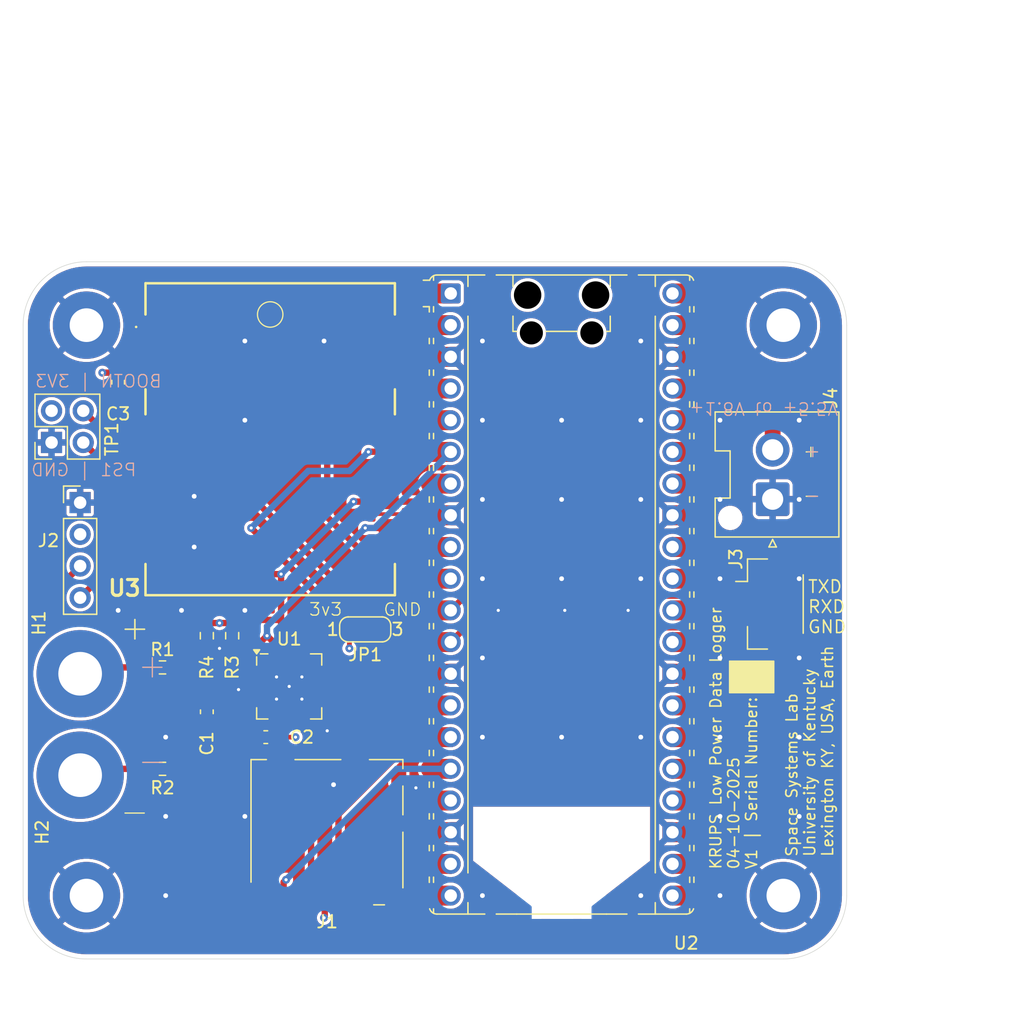
<source format=kicad_pcb>
(kicad_pcb (version 20241229) (generator "pcbnew") (generator_version "9.0")
  (title_block (title "Low Power Data Logger") (date "2025-04-10") (rev "V1.0"))
  (layers (0 "F.Cu" signal) (4 "In1.Cu" signal) (6 "In2.Cu" signal) (2 "B.Cu" signal) (13 "F.Paste" user) (15 "B.Paste" user) (5 "F.SilkS" user "F.Silkscreen") (7 "B.SilkS" user "B.Silkscreen") (1 "F.Mask" user) (3 "B.Mask" user) (25 "Edge.Cuts" user))
  (net 0 "")
  (net 1 "Net-(U1-VIN-)")
  (net 2 "Net-(U1-VIN+)")
  (net 3 "+3V3")
  (net 4 "GND")
  (net 6 "/SD_SPI_MOSI")
  (net 8 "/SD_SPI_CLK")
  (net 9 "/SD_SPI_CS")
  (net 12 "/SD_SPI_MISO")
  (net 13 "/I2C_SDA")
  (net 14 "/I2C_SCL")
  (net 15 "/UART_MAIN_TO_LOGGER")
  (net 16 "/UART_LOGGER_TO_MAIN")
  (net 17 "+BATT")
  (net 18 "Net-(JP1-C)")
  (net 19 "Net-(H1-Pad1)")
  (net 20 "Net-(H2-Pad1)")
  (net 21 "/PS1")
  (net 22 "/BOOTN")
  (net 27 "/FSM300_RESET")
  (net 41 "/HINTN")
  (footprint "Connector_JST:JST_VH_B2P-VH-FB-B_1x02_P3.96mm_Vertical" (layer "F.Cu") (at 184.562 96.4995 90)
    (property "Reference" "J4")
    (property "Value" "JST B2P-VH-FB-B")
  )
  (footprint "Connector_PinHeader_2.54mm:PinHeader_2x02_P2.54mm_Vertical" (layer "F.Cu") (at 126.741 91.953 90)
    (property "Reference" "TP1")
    (property "Value" "Test Pads")
  )
  (footprint "LPDataLogger:FSM300" (layer "F.Cu") (at 144.272 91.694)
    (property "Reference" "U3")
    (property "Value" "FSM300" (hide yes))
  )
  (footprint "MountingHole:MountingHole_3.5mm_Pad" (layer "F.Cu") (at 129.032 110.49 -90)
    (property "Reference" "H1")
    (property "Value" "MountingHole_Pad")
  )
  (footprint "Capacitor_SMD:C_0603_1608Metric_Pad1.08x0.95mm_HandSolder" (layer "F.Cu") (at 143.9175 115.57 180)
    (property "Reference" "C2")
    (property "Value" "0.1uF")
  )
  (footprint "LPDataLogger:MountingHole_2.7mm_M2.5_Pad_with_stencil_hole" (layer "F.Cu") (at 185.42 82.55)
    (property "Reference" "H6" (hide yes))
    (property "Value" "MountingHole_Pad")
  )
  (footprint "Resistor_SMD:R_0603_1608Metric_Pad0.98x0.95mm_HandSolder" (layer "F.Cu") (at 139.192 107.442 -90)
    (property "Reference" "R4")
    (property "Value" "10k")
  )
  (footprint "Module:RaspberryPi_Pico_Common_Unspecified" (layer "F.Cu") (at 167.64 104.14)
    (property "Reference" "U2")
    (property "Value" "Pico 2")
  )
  (footprint "Resistor_SMD:R_0603_1608Metric_Pad0.98x0.95mm_HandSolder" (layer "F.Cu") (at 135.636 109.982)
    (property "Reference" "R1")
    (property "Value" "100")
  )
  (footprint "Connector_JST:JST_GH_BM03B-GHS-TBT_1x03-1MP_P1.25mm_Vertical" (layer "F.Cu") (at 184.404 104.902 -90)
    (property "Reference" "J3")
    (property "Value" "JST BM03B-GHS-TBT")
  )
  (footprint "Capacitor_SMD:C_0603_1608Metric_Pad1.08x0.95mm_HandSolder" (layer "F.Cu") (at 132.08 87.122 -90)
    (property "Reference" "C3")
    (property "Value" "0.1uF")
  )
  (footprint "Connector_PinHeader_2.54mm:PinHeader_1x04_P2.54mm_Vertical" (layer "F.Cu") (at 129.032 96.774)
    (property "Reference" "J2")
    (property "Value" "Conn_01x04")
  )
  (footprint "LPDataLogger:MountingHole_2.7mm_M2.5_Pad_with_stencil_hole" (layer "F.Cu") (at 129.54 128.27)
    (property "Reference" "H3" (hide yes))
    (property "Value" "MountingHole_Pad")
  )
  (footprint "LPDataLogger:MountingHole_2.7mm_M2.5_Pad_with_stencil_hole" (layer "F.Cu") (at 129.54 82.55)
    (property "Reference" "H4" (hide yes))
    (property "Value" "MountingHole_Pad")
  )
  (footprint "Package_DFN_QFN:QFN-20-1EP_5x5mm_P0.65mm_EP3.35x3.35mm" (layer "F.Cu") (at 145.796 111.506)
    (property "Reference" "U1")
    (property "Value" "MCP96L00T-E_MX")
  )
  (footprint "LPDataLogger:MountingHole_2.7mm_M2.5_Pad_with_stencil_hole" (layer "F.Cu") (at 185.42 128.27)
    (property "Reference" "H5" (hide yes))
    (property "Value" "MountingHole_Pad")
  )
  (footprint "MountingHole:MountingHole_3.5mm_Pad" (layer "F.Cu") (at 129.032 118.618 -90)
    (property "Reference" "H2")
    (property "Value" "MountingHole_Pad")
  )
  (footprint "Resistor_SMD:R_0603_1608Metric_Pad0.98x0.95mm_HandSolder" (layer "F.Cu") (at 135.636 118.11)
    (property "Reference" "R2")
    (property "Value" "100")
  )
  (footprint "Capacitor_SMD:C_0603_1608Metric_Pad1.08x0.95mm_HandSolder" (layer "F.Cu") (at 139.192 113.538 -90)
    (property "Reference" "C1")
    (property "Value" "0.1uF")
  )
  (footprint "Resistor_SMD:R_0603_1608Metric_Pad0.98x0.95mm_HandSolder" (layer "F.Cu") (at 141.224 107.442 -90)
    (property "Reference" "R3")
    (property "Value" "10k")
  )
  (footprint "Jumper:SolderJumper-3_P1.3mm_Open_RoundedPad1.0x1.5mm_NumberLabels" (layer "F.Cu") (at 151.892 106.934)
    (property "Reference" "JP1")
    (property "Value" "SolderJumper_3_Open")
  )
  (footprint "Connector_Card:microSD_HC_Molex_104031-0811" (layer "F.Cu") (at 148.844 123.19 180)
    (property "Reference" "J1")
    (property "Value" "Micro_SD_Card_Det2")
  )
  (gr_rect (start 181.102 109.474) (end 184.658 112.014) (stroke (width 0.1)) (fill yes) (layer "F.SilkS"))
  (gr_arc (start 124.46 82.55) (mid 125.947898 78.957898) (end 129.54 77.47) (stroke (width 0.05)) (layer "Edge.Cuts"))
  (gr_arc (start 129.54 133.35) (mid 125.947898 131.862102) (end 124.46 128.27) (stroke (width 0.05)) (layer "Edge.Cuts"))
  (gr_line (start 185.42 77.47) (end 129.54 77.47) (stroke (width 0.05)) (layer "Edge.Cuts"))
  (gr_line (start 190.5 128.27) (end 190.5 82.55) (stroke (width 0.05)) (layer "Edge.Cuts"))
  (gr_line (start 129.54 133.35) (end 185.42 133.35) (stroke (width 0.05)) (layer "Edge.Cuts"))
  (gr_arc (start 190.5 128.27) (mid 189.012102 131.862102) (end 185.42 133.35) (stroke (width 0.05)) (layer "Edge.Cuts"))
  (gr_line (start 124.46 82.55) (end 124.46 128.27) (stroke (width 0.05)) (layer "Edge.Cuts"))
  (gr_arc (start 185.42 77.47) (mid 189.012102 78.957898) (end 190.5 82.55) (stroke (width 0.05)) (layer "Edge.Cuts"))
  (gr_text "Space Systems Lab \nUniversity of Kentucky \nLexington KY, USA, Earth" (at 189.484 125.222 90) (layer "F.SilkS") (effects (font (size 0.889 0.889) (thickness 0.127)) (justify left bottom)))
  (gr_text "KRUPS Low Power Data Logger\n04-10-2025\nV1 | Serial Number:" (at 183.388 126.238 90) (layer "F.SilkS") (effects (font (size 0.889 0.889) (thickness 0.127) (bold yes)) (justify left bottom)))
  (gr_text "GND" (at 153.292 105.934 0) (layer "F.SilkS") (effects (font (size 1 1) (thickness 0.1)) (justify left bottom)))
  (gr_text "TXD\nRXD\nGND" (at 187.325 107.315 0) (layer "F.SilkS") (effects (font (size 1 1) (thickness 0.127)) (justify left bottom)))
  (gr_text "+" (at 186.944 93.218 0) (layer "F.SilkS") (effects (font (size 1 1) (thickness 0.1)) (justify left bottom)))
  (gr_text "+" (at 132.08 107.95 0) (layer "F.SilkS") (effects (font (size 2.032 2.032) (thickness 0.127)) (justify left bottom)))
  (gr_text "3v3" (at 147.32 105.918 0) (layer "F.SilkS") (effects (font (size 1 1) (thickness 0.1)) (justify left bottom)))
  (gr_text "-" (at 186.944 96.774 0) (layer "F.SilkS") (effects (font (size 1 1) (thickness 0.1)) (justify left bottom)))
  (gr_text "-" (at 132.08 122.682 0) (layer "F.SilkS") (effects (font (size 2.032 2.032) (thickness 0.1)) (justify left bottom)))
  (gr_text "BOOTN | 3V3" (at 135.636 87.63 0) (layer "B.SilkS") (effects (font (size 1 1) (thickness 0.1)) (justify left bottom mirror)))
  (gr_text "-" (at 136.144 118.618 0) (layer "B.SilkS") (effects (font (size 2.032 2.032) (thickness 0.1)) (justify left bottom mirror)))
  (gr_text "-" (at 188.468 96.774 0) (layer "B.SilkS") (effects (font (size 1 1) (thickness 0.1)) (justify left bottom mirror)))
  (gr_text "+1.8V to +5.5V" (at 177.8 88.646 180) (layer "B.SilkS") (effects (font (size 1 1) (thickness 0.1)) (justify left bottom mirror)))
  (gr_text "PS1 | GND" (at 133.604 94.742 0) (layer "B.SilkS") (effects (font (size 1 1) (thickness 0.1)) (justify left bottom mirror)))
  (gr_text "+" (at 136.144 110.998 0) (layer "B.SilkS") (effects (font (size 2.032 2.032) (thickness 0.1)) (justify left bottom mirror)))
  (gr_text "+" (at 188.468 93.218 0) (layer "B.SilkS") (effects (font (size 1 1) (thickness 0.1)) (justify left bottom mirror)))
  (segment (start 143.346 112.156) (end 142.606 112.156) (width 0.381) (layer "F.Cu") (net 1))
  (segment (start 139.192 114.4005) (end 139.192 115.4665) (width 0.508) (layer "F.Cu") (net 1))
  (segment (start 142.606 112.156) (end 140.3615 114.4005) (width 0.381) (layer "F.Cu") (net 1))
  (segment (start 140.3615 114.4005) (end 139.192 114.4005) (width 0.381) (layer "F.Cu") (net 1))
  (segment (start 139.192 115.4665) (end 136.5485 118.11) (width 0.508) (layer "F.Cu") (net 1))
  (segment (start 139.192 112.6755) (end 139.192 112.6255) (width 0.508) (layer "F.Cu") (net 2))
  (segment (start 139.192 112.6255) (end 136.5485 109.982) (width 0.508) (layer "F.Cu") (net 2))
  (segment (start 139.192 112.6755) (end 139.667 112.6755) (width 0.508) (layer "F.Cu") (net 2))
  (segment (start 139.667 112.6755) (end 141.4865 110.856) (width 0.508) (layer "F.Cu") (net 2))
  (segment (start 141.4865 110.856) (end 143.346 110.856) (width 0.508) (layer "F.Cu") (net 2))
  (segment (start 139.2955 106.426) (end 139.192 106.5295) (width 0.508) (layer "F.Cu") (net 3))
  (segment (start 150.622 106.964) (end 150.592 106.934) (width 0.381) (layer "F.Cu") (net 3))
  (segment (start 131.9795 86.36) (end 132.08 86.2595) (width 0.508) (layer "F.Cu") (net 3))
  (segment (start 146.304 115.57) (end 144.78 115.57) (width 0.381) (layer "F.Cu") (net 3))
  (segment (start 141.1205 106.426) (end 141.224 106.5295) (width 0.508) (layer "F.Cu") (net 3))
  (segment (start 148.649 129.989) (end 148.59 130.048) (width 0.508) (layer "F.Cu") (net 3))
  (segment (start 150.622 108.458) (end 150.622 106.964) (width 0.381) (layer "F.Cu") (net 3))
  (segment (start 148.649 128.64) (end 148.649 129.989) (width 0.508) (layer "F.Cu") (net 3))
  (segment (start 132.08 85.386) (end 134.772 82.694) (width 0.508) (layer "F.Cu") (net 3))
  (segment (start 130.81 86.36) (end 131.9795 86.36) (width 0.508) (layer "F.Cu") (net 3))
  (segment (start 144.78 115.57) (end 145.796 114.554) (width 0.381) (layer "F.Cu") (net 3))
  (segment (start 140.208 106.426) (end 141.1205 106.426) (width 0.508) (layer "F.Cu") (net 3))
  (segment (start 145.796 114.554) (end 145.796 113.956) (width 0.381) (layer "F.Cu") (net 3))
  (segment (start 140.208 106.426) (end 139.2955 106.426) (width 0.508) (layer "F.Cu") (net 3))
  (segment (start 132.08 86.2595) (end 132.08 85.386) (width 0.508) (layer "F.Cu") (net 3))
  (via (at 140.208 106.426) (size 0.635) (drill 0.254) (layers "F.Cu" "B.Cu") (net 3))
  (via (at 130.81 86.36) (size 0.635) (drill 0.254) (layers "F.Cu" "B.Cu") (net 3))
  (via (at 146.304 115.57) (size 0.635) (drill 0.254) (layers "F.Cu" "B.Cu") (net 3))
  (via (at 150.622 108.458) (size 0.635) (drill 0.254) (layers "F.Cu" "B.Cu") (net 3))
  (via (at 148.59 130.048) (size 0.635) (drill 0.254) (layers "F.Cu" "B.Cu") (net 3))
  (via (at 146.812 112.522) (size 0.635) (drill 0.254) (layers "F.Cu" "B.Cu") (net 4))
  (via (at 161.29 96.52) (size 0.762) (drill 0.381) (layers "F.Cu" "B.Cu") (net 4))
  (via (at 180.34 90.17) (size 0.762) (drill 0.381) (layers "F.Cu" "B.Cu") (net 4))
  (via (at 149.352 119.38) (size 0.762) (drill 0.381) (layers "F.Cu" "B.Cu") (net 4))
  (via (at 186.69 96.52) (size 0.762) (drill 0.381) (layers "F.Cu" "B.Cu") (net 4))
  (via (at 167.64 115.57) (size 0.762) (drill 0.381) (layers "F.Cu" "B.Cu") (net 4))
  (via (at 186.69 121.92) (size 0.762) (drill 0.381) (layers "F.Cu" "B.Cu") (net 4))
  (via (at 173.99 90.17) (size 0.762) (drill 0.381) (layers "F.Cu" "B.Cu") (net 4))
  (via (at 180.34 102.87) (size 0.762) (drill 0.381) (layers "F.Cu" "B.Cu") (net 4))
  (via (at 148.844 115.062) (size 0.635) (drill 0.254) (layers "F.Cu" "B.Cu") (net 4))
  (via (at 142.24 90.17) (size 0.762) (drill 0.381) (layers "F.Cu" "B.Cu") (net 4))
  (via (at 173.99 115.57) (size 0.762) (drill 0.381) (layers "F.Cu" "B.Cu") (net 4))
  (via (at 180.34 96.52) (size 0.762) (drill 0.381) (layers "F.Cu" "B.Cu") (net 4))
  (via (at 132.08 105.41) (size 0.762) (drill 0.381) (layers "F.Cu" "B.Cu") (net 4))
  (via (at 180.34 115.57) (size 0.762) (drill 0.381) (layers "F.Cu" "B.Cu") (net 4))
  (via (at 186.69 109.22) (size 0.762) (drill 0.381) (layers "F.Cu" "B.Cu") (net 4))
  (via (at 180.34 121.92) (size 0.762) (drill 0.381) (layers "F.Cu" "B.Cu") (net 4))
  (via (at 180.34 128.27) (size 0.762) (drill 0.381) (layers "F.Cu" "B.Cu") (net 4))
  (via (at 148.59 83.82) (size 0.762) (drill 0.381) (layers "F.Cu" "B.Cu") (net 4))
  (via (at 161.29 109.22) (size 0.762) (drill 0.381) (layers "F.Cu" "B.Cu") (net 4))
  (via (at 186.69 115.57) (size 0.762) (drill 0.381) (layers "F.Cu" "B.Cu") (net 4))
  (via (at 155.956 119.634) (size 0.635) (drill 0.254) (layers "F.Cu" "B.Cu") (net 4))
  (via (at 146.812 110.744) (size 0.635) (drill 0.254) (layers "F.Cu" "B.Cu") (net 4))
  (via (at 135.89 121.92) (size 0.762) (drill 0.381) (layers "F.Cu" "B.Cu") (net 4))
  (via (at 144.78 110.744) (size 0.635) (drill 0.254) (layers "F.Cu" "B.Cu") (net 4))
  (via (at 167.64 90.17) (size 0.762) (drill 0.381) (layers "F.Cu" "B.Cu") (net 4))
  (via (at 161.29 128.27) (size 0.762) (drill 0.381) (layers "F.Cu" "B.Cu") (net 4))
  (via (at 161.29 83.82) (size 0.762) (drill 0.381) (layers "F.Cu" "B.Cu") (net 4))
  (via (at 141.732 111.76) (size 0.635) (drill 0.254) (layers "F.Cu" "B.Cu") (net 4))
  (via (at 167.894 105.41) (size 0.635) (drill 0.254) (layers "F.Cu" "B.Cu") (net 4))
  (via (at 173.99 102.87) (size 0.762) (drill 0.381) (layers "F.Cu" "B.Cu") (net 4))
  (via (at 173.99 96.52) (size 0.762) (drill 0.381) (layers "F.Cu" "B.Cu") (net 4))
  (via (at 162.56 105.41) (size 0.635) (drill 0.254) (layers "F.Cu" "B.Cu") (net 4))
  (via (at 167.64 102.87) (size 0.762) (drill 0.381) (layers "F.Cu" "B.Cu") (net 4))
  (via (at 161.29 102.87) (size 0.762) (drill 0.381) (layers "F.Cu" "B.Cu") (net 4))
  (via (at 161.29 115.57) (size 0.762) (drill 0.381) (layers "F.Cu" "B.Cu") (net 4))
  (via (at 137.16 105.41) (size 0.762) (drill 0.381) (layers "F.Cu" "B.Cu") (net 4))
  (via (at 180.34 109.22) (size 0.762) (drill 0.381) (layers "F.Cu" "B.Cu") (net 4))
  (via (at 186.69 90.17) (size 0.762) (drill 0.381) (layers "F.Cu" "B.Cu") (net 4))
  (via (at 173.99 128.27) (size 0.762) (drill 0.381) (layers "F.Cu" "B.Cu") (net 4))
  (via (at 142.24 83.82) (size 0.762) (drill 0.381) (layers "F.Cu" "B.Cu") (net 4))
  (via (at 145.796 111.506) (size 0.635) (drill 0.254) (layers "F.Cu" "B.Cu") (net 4))
  (via (at 142.24 105.41) (size 0.762) (drill 0.381) (layers "F.Cu" "B.Cu") (net 4))
  (via (at 186.69 102.87) (size 0.762) (drill 0.381) (layers "F.Cu" "B.Cu") (net 4))
  (via (at 135.89 115.57) (size 0.762) (drill 0.381) (layers "F.Cu" "B.Cu") (net 4))
  (via (at 172.974 105.41) (size 0.635) (drill 0.254) (layers "F.Cu" "B.Cu") (net 4))
  (via (at 161.29 90.17) (size 0.762) (drill 0.381) (layers "F.Cu" "B.Cu") (net 4))
  (via (at 167.64 96.52) (size 0.762) (drill 0.381) (layers "F.Cu" "B.Cu") (net 4))
  (via (at 138.176 100.33) (size 0.762) (drill 0.381) (layers "F.Cu" "B.Cu") (net 4))
  (via (at 140.208 108.458) (size 0.508) (drill 0.254) (layers "F.Cu" "B.Cu") (net 4))
  (via (at 142.24 121.92) (size 0.762) (drill 0.381) (layers "F.Cu" "B.Cu") (net 4))
  (via (at 173.99 83.82) (size 0.762) (drill 0.381) (layers "F.Cu" "B.Cu") (net 4))
  (via (at 135.89 128.27) (size 0.762) (drill 0.381) (layers "F.Cu" "B.Cu") (net 4))
  (via (at 144.78 112.522) (size 0.635) (drill 0.254) (layers "F.Cu" "B.Cu") (net 4))
  (via (at 138.176 96.266) (size 0.762) (drill 0.381) (layers "F.Cu" "B.Cu") (net 4))
  (segment (start 155.94 115.57) (end 157.95 115.57) (width 0.508) (layer "F.Cu") (net 6))
  (segment (start 149.749 121.761) (end 155.94 115.57) (width 0.508) (layer "F.Cu") (net 6))
  (segment (start 149.749 128.64) (end 149.749 121.761) (width 0.508) (layer "F.Cu") (net 6))
  (segment (start 154.178 115.57) (end 156.718 113.03) (width 0.508) (layer "F.Cu") (net 8))
  (segment (start 156.718 113.03) (end 157.95 113.03) (width 0.508) (layer "F.Cu") (net 8))
  (segment (start 147.549 128.64) (end 147.549 118.643) (width 0.508) (layer "F.Cu") (net 8))
  (segment (start 147.549 118.643) (end 150.622 115.57) (width 0.508) (layer "F.Cu") (net 8))
  (segment (start 150.622 115.57) (end 154.178 115.57) (width 0.508) (layer "F.Cu") (net 8))
  (segment (start 150.849 123.471) (end 153.67 120.65) (width 0.508) (layer "F.Cu") (net 9))
  (segment (start 150.849 128.64) (end 150.849 123.471) (width 0.508) (layer "F.Cu") (net 9))
  (segment (start 153.67 120.65) (end 157.95 120.65) (width 0.508) (layer "F.Cu") (net 9))
  (segment (start 145.349 128.64) (end 145.349 127.193) (width 0.508) (layer "F.Cu") (net 12))
  (segment (start 145.349 127.193) (end 145.542 127) (width 0.508) (layer "F.Cu") (net 12))
  (via (at 145.542 127) (size 0.635) (drill 0.254) (layers "F.Cu" "B.Cu") (net 12))
  (segment (start 154.432 118.11) (end 158.75 118.11) (width 0.508) (layer "B.Cu") (net 12))
  (segment (start 145.542 127) (end 154.432 118.11) (width 0.508) (layer "B.Cu") (net 12))
  (segment (start 144.496 109.056) (end 144.496 107.92) (width 0.508) (layer "F.Cu") (net 13))
  (segment (start 144.496 107.92) (end 144.018 107.442) (width 0.508) (layer "F.Cu") (net 13))
  (segment (start 139.446 110.236) (end 139.192 109.982) (width 0.508) (layer "F.Cu") (net 13))
  (segment (start 127 103.886) (end 129.032 101.854) (width 0.508) (layer "F.Cu") (net 13))
  (segment (start 137.2635 106.426) (end 128.27 106.426) (width 0.508) (layer "F.Cu") (net 13))
  (segment (start 139.192 108.3545) (end 137.2635 106.426) (width 0.508) (layer "F.Cu") (net 13))
  (segment (start 141.224 110.236) (end 139.446 110.236) (width 0.508) (layer "F.Cu") (net 13))
  (segment (start 139.192 109.982) (end 139.192 108.3545) (width 0.508) (layer "F.Cu") (net 13))
  (segment (start 128.27 106.426) (end 127 105.156) (width 0.508) (layer "F.Cu") (net 13))
  (segment (start 144.018 107.442) (end 141.224 110.236) (width 0.508) (layer "F.Cu") (net 13))
  (segment (start 127 105.156) (end 127 103.886) (width 0.508) (layer "F.Cu") (net 13))
  (segment (start 153.66 98.806) (end 153.772 98.694) (width 0.508) (layer "F.Cu") (net 13))
  (segment (start 151.892 98.806) (end 153.66 98.806) (width 0.508) (layer "F.Cu") (net 13))
  (via (at 144.018 107.442) (size 0.635) (drill 0.254) (layers "F.Cu" "B.Cu") (net 13))
  (via (at 151.892 98.806) (size 0.635) (drill 0.254) (layers "F.Cu" "B.Cu") (net 13))
  (segment (start 144.018 107.442) (end 144.018 106.68) (width 0.508) (layer "B.Cu") (net 13))
  (segment (start 152.654 98.806) (end 151.892 98.806) (width 0.508) (layer "B.Cu") (net 13))
  (segment (start 158.75 92.71) (end 152.654 98.806) (width 0.508) (layer "B.Cu") (net 13))
  (segment (start 144.018 106.68) (end 151.892 98.806) (width 0.508) (layer "B.Cu") (net 13))
  (segment (start 153.772 96.694) (end 150.956 96.694) (width 0.508) (layer "F.Cu") (net 14))
  (segment (start 153.772 96.694) (end 156.506 96.694) (width 0.508) (layer "F.Cu") (net 14))
  (segment (start 130.922 102.504) (end 129.032 104.394) (width 0.508) (layer "F.Cu") (net 14))
  (segment (start 145.146 106.172) (end 143.4065 106.172) (width 0.508) (layer "F.Cu") (net 14))
  (segment (start 156.506 96.694) (end 157.95 95.25) (width 0.508) (layer "F.Cu") (net 14))
  (segment (start 145.146 102.504) (end 145.146 106.172) (width 0.508) (layer "F.Cu") (net 14))
  (segment (start 145.146 102.504) (end 130.922 102.504) (width 0.508) (layer "F.Cu") (net 14))
  (segment (start 143.4065 106.172) (end 141.224 108.3545) (width 0.508) (layer "F.Cu") (net 14))
  (segment (start 145.146 106.172) (end 145.146 109.056) (width 0.508) (layer "F.Cu") (net 14))
  (via (at 150.956 96.694) (size 0.635) (drill 0.254) (layers "F.Cu" "B.Cu") (net 14))
  (via (at 145.146 102.504) (size 0.635) (drill 0.254) (layers "F.Cu" "B.Cu") (net 14))
  (segment (start 150.956 96.694) (end 145.146 102.504) (width 0.508) (layer "B.Cu") (net 14))
  (segment (start 158.75 107.95) (end 159.932 106.768) (width 0.508) (layer "F.Cu") (net 15))
  (segment (start 159.932 106.768) (end 180.231482 106.768) (width 0.508) (layer "F.Cu") (net 15))
  (segment (start 180.231482 106.768) (end 182.097482 104.902) (width 0.508) (layer "F.Cu") (net 15))
  (segment (start 182.097482 104.902) (end 182.454 104.902) (width 0.508) (layer "F.Cu") (net 15))
  (segment (start 159.932 104.228) (end 181.028001 104.228) (width 0.508) (layer "F.Cu") (net 16))
  (segment (start 181.028001 104.228) (end 181.604001 103.652) (width 0.508) (layer "F.Cu") (net 16))
  (segment (start 181.604001 103.652) (end 182.454 103.652) (width 0.508) (layer "F.Cu") (net 16))
  (segment (start 158.75 105.41) (end 159.932 104.228) (width 0.508) (layer "F.Cu") (net 16))
  (segment (start 184.562 92.5395) (end 184.562 88.182) (width 1.27) (layer "F.Cu") (net 17))
  (segment (start 184.562 88.182) (end 178.93 82.55) (width 1.27) (layer "F.Cu") (net 17))
  (segment (start 178.93 82.55) (end 177.33 82.55) (width 1.27) (layer "F.Cu") (net 17))
  (segment (start 149.352 104.648) (end 148.59 104.648) (width 0.508) (layer "F.Cu") (net 18))
  (segment (start 151.892 106.386698) (end 150.153302 104.648) (width 0.508) (layer "F.Cu") (net 18))
  (segment (start 148.59 104.648) (end 142.748 98.806) (width 0.508) (layer "F.Cu") (net 18))
  (segment (start 153.772 92.694) (end 152.162 92.694) (width 0.508) (layer "F.Cu") (net 18))
  (segment (start 150.153302 104.648) (end 149.352 104.648) (width 0.508) (layer "F.Cu") (net 18))
  (segment (start 152.162 92.694) (end 152.146 92.71) (width 0.508) (layer "F.Cu") (net 18))
  (segment (start 151.892 106.934) (end 151.892 106.386698) (width 0.508) (layer "F.Cu") (net 18))
  (via (at 142.748 98.806) (size 0.635) (drill 0.254) (layers "F.Cu" "B.Cu") (net 18))
  (via (at 152.146 92.71) (size 0.635) (drill 0.254) (layers "F.Cu" "B.Cu") (net 18))
  (segment (start 150.622 94.234) (end 152.146 92.71) (width 0.508) (layer "B.Cu") (net 18))
  (segment (start 142.748 98.806) (end 147.32 94.234) (width 0.508) (layer "B.Cu") (net 18))
  (segment (start 147.32 94.234) (end 150.622 94.234) (width 0.508) (layer "B.Cu") (net 18))
  (segment (start 134.7235 109.982) (end 129.54 109.982) (width 0.508) (layer "F.Cu") (net 19))
  (segment (start 129.54 109.982) (end 129.032 110.49) (width 0.508) (layer "F.Cu") (net 19))
  (segment (start 134.7235 118.11) (end 129.54 118.11) (width 0.508) (layer "F.Cu") (net 20))
  (segment (start 129.54 118.11) (end 129.032 118.618) (width 0.508) (layer "F.Cu") (net 20))
  (segment (start 134.772 96.694) (end 134.022 96.694) (width 0.508) (layer "F.Cu") (net 21))
  (segment (start 134.022 96.694) (end 129.281 91.953) (width 0.508) (layer "F.Cu") (net 21))
  (segment (start 134.562 94.694) (end 129.281 89.413) (width 0.508) (layer "F.Cu") (net 22))
  (segment (start 134.772 94.694) (end 134.562 94.694) (width 0.508) (layer "F.Cu") (net 22))
  (segment (start 153.022 102.108) (end 156.172 102.108) (width 0.508) (layer "F.Cu") (net 27))
  (segment (start 148.844 97.93) (end 153.022 102.108) (width 0.508) (layer "F.Cu") (net 27))
  (segment (start 153.772 82.694) (end 148.844 87.622) (width 0.508) (layer "F.Cu") (net 27))
  (segment (start 148.844 87.622) (end 148.844 97.93) (width 0.508) (layer "F.Cu") (net 27))
  (segment (start 156.172 102.108) (end 157.95 100.33) (width 0.508) (layer "F.Cu") (net 27))
  (segment (start 149.352 102.87) (end 157.95 102.87) (width 0.508) (layer "F.Cu") (net 41))
  (segment (start 134.772 92.694) (end 139.176 92.694) (width 0.508) (layer "F.Cu") (net 41))
  (segment (start 139.176 92.694) (end 149.352 102.87) (width 0.508) (layer "F.Cu") (net 41))
  (zone (net 4) (net_name "GND") (layers "F.Cu" "B.Cu" "In1.Cu") (connect_pads thru_hole_only (clearance 0.254)) (min_thickness 0.254) (fill yes (thermal_gap 0.254) (thermal_bridge_width 0.508))
    (polygon (pts (xy 124.46 77.47) (xy 190.5 77.47) (xy 190.5 133.35) (xy 124.46 133.35)))
  )
)
</source>
